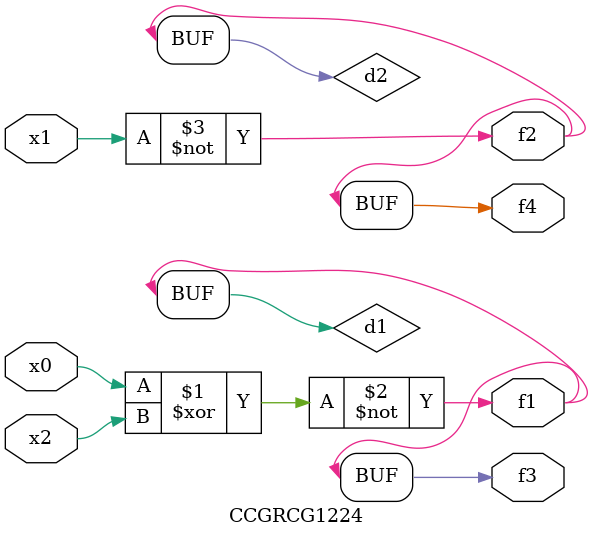
<source format=v>
module CCGRCG1224(
	input x0, x1, x2,
	output f1, f2, f3, f4
);

	wire d1, d2, d3;

	xnor (d1, x0, x2);
	nand (d2, x1);
	nor (d3, x1, x2);
	assign f1 = d1;
	assign f2 = d2;
	assign f3 = d1;
	assign f4 = d2;
endmodule

</source>
